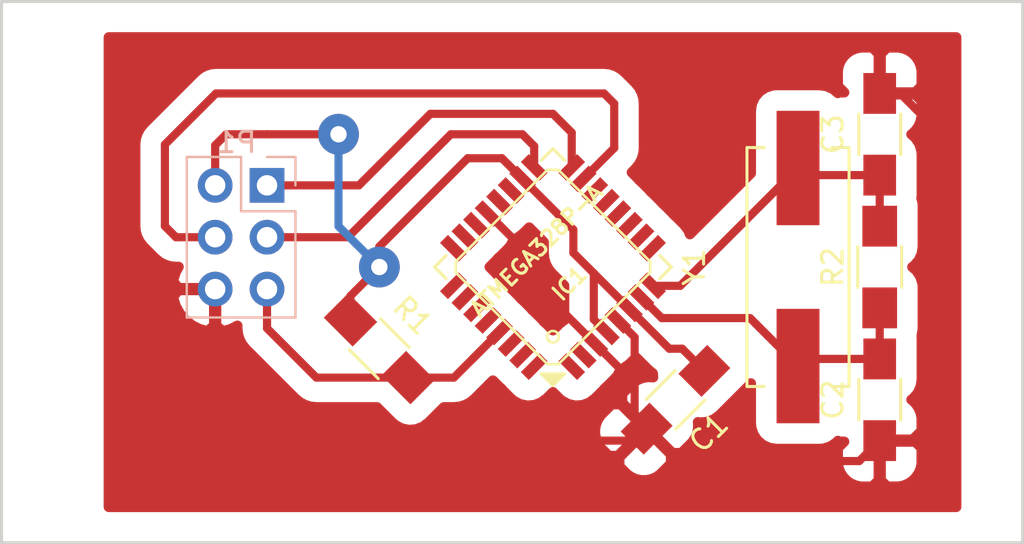
<source format=kicad_pcb>
(kicad_pcb (version 4) (host pcbnew 4.0.4-stable)

  (general
    (links 22)
    (no_connects 0)
    (area 110.924999 69.924999 161.075001 96.575001)
    (thickness 1.6)
    (drawings 4)
    (tracks 80)
    (zones 0)
    (modules 8)
    (nets 9)
  )

  (page A4)
  (layers
    (0 F.Cu signal)
    (31 B.Cu signal)
    (32 B.Adhes user)
    (33 F.Adhes user)
    (34 B.Paste user)
    (35 F.Paste user)
    (36 B.SilkS user)
    (37 F.SilkS user)
    (38 B.Mask user)
    (39 F.Mask user)
    (40 Dwgs.User user)
    (41 Cmts.User user)
    (42 Eco1.User user)
    (43 Eco2.User user)
    (44 Edge.Cuts user)
    (45 Margin user)
    (46 B.CrtYd user)
    (47 F.CrtYd user)
    (48 B.Fab user)
    (49 F.Fab user)
  )

  (setup
    (last_trace_width 0.4)
    (trace_clearance 0.2)
    (zone_clearance 1)
    (zone_45_only no)
    (trace_min 0.2)
    (segment_width 0.2)
    (edge_width 0.15)
    (via_size 2)
    (via_drill 0.8)
    (via_min_size 0.4)
    (via_min_drill 0.3)
    (uvia_size 0.3)
    (uvia_drill 0.1)
    (uvias_allowed no)
    (uvia_min_size 0.2)
    (uvia_min_drill 0.1)
    (pcb_text_width 0.3)
    (pcb_text_size 1.5 1.5)
    (mod_edge_width 0.15)
    (mod_text_size 1 1)
    (mod_text_width 0.15)
    (pad_size 1.524 1.524)
    (pad_drill 0.762)
    (pad_to_mask_clearance 0.2)
    (aux_axis_origin 0 0)
    (visible_elements 7FFFEFFF)
    (pcbplotparams
      (layerselection 0x00000_00000001)
      (usegerberextensions false)
      (excludeedgelayer true)
      (linewidth 0.200000)
      (plotframeref false)
      (viasonmask false)
      (mode 1)
      (useauxorigin false)
      (hpglpennumber 1)
      (hpglpenspeed 20)
      (hpglpendiameter 15)
      (hpglpenoverlay 2)
      (psnegative false)
      (psa4output false)
      (plotreference false)
      (plotvalue false)
      (plotinvisibletext false)
      (padsonsilk false)
      (subtractmaskfromsilk false)
      (outputformat 4)
      (mirror true)
      (drillshape 1)
      (scaleselection 1)
      (outputdirectory ""))
  )

  (net 0 "")
  (net 1 "Net-(C1-Pad1)")
  (net 2 "Net-(C1-Pad2)")
  (net 3 "Net-(C2-Pad2)")
  (net 4 "Net-(C3-Pad1)")
  (net 5 "Net-(IC1-Pad15)")
  (net 6 "Net-(IC1-Pad16)")
  (net 7 "Net-(IC1-Pad17)")
  (net 8 "Net-(IC1-Pad29)")

  (net_class Default "This is the default net class."
    (clearance 0.2)
    (trace_width 0.4)
    (via_dia 2)
    (via_drill 0.8)
    (uvia_dia 0.3)
    (uvia_drill 0.1)
    (add_net "Net-(C1-Pad1)")
    (add_net "Net-(C1-Pad2)")
    (add_net "Net-(C2-Pad2)")
    (add_net "Net-(C3-Pad1)")
    (add_net "Net-(IC1-Pad15)")
    (add_net "Net-(IC1-Pad16)")
    (add_net "Net-(IC1-Pad17)")
    (add_net "Net-(IC1-Pad29)")
  )

  (module Capacitors_SMD:C_1206_HandSoldering placed (layer F.Cu) (tedit 541A9C03) (tstamp 58779AC3)
    (at 144 89.5 225)
    (descr "Capacitor SMD 1206, hand soldering")
    (tags "capacitor 1206")
    (path /5877E1B3)
    (attr smd)
    (fp_text reference C1 (at 0 -2.3 225) (layer F.SilkS)
      (effects (font (size 1 1) (thickness 0.15)))
    )
    (fp_text value 100nF (at 0 2.3 225) (layer F.Fab)
      (effects (font (size 1 1) (thickness 0.15)))
    )
    (fp_line (start -1.6 0.8) (end -1.6 -0.8) (layer F.Fab) (width 0.15))
    (fp_line (start 1.6 0.8) (end -1.6 0.8) (layer F.Fab) (width 0.15))
    (fp_line (start 1.6 -0.8) (end 1.6 0.8) (layer F.Fab) (width 0.15))
    (fp_line (start -1.6 -0.8) (end 1.6 -0.8) (layer F.Fab) (width 0.15))
    (fp_line (start -3.3 -1.15) (end 3.3 -1.15) (layer F.CrtYd) (width 0.05))
    (fp_line (start -3.3 1.15) (end 3.3 1.15) (layer F.CrtYd) (width 0.05))
    (fp_line (start -3.3 -1.15) (end -3.3 1.15) (layer F.CrtYd) (width 0.05))
    (fp_line (start 3.3 -1.15) (end 3.3 1.15) (layer F.CrtYd) (width 0.05))
    (fp_line (start 1 -1.025) (end -1 -1.025) (layer F.SilkS) (width 0.15))
    (fp_line (start -1 1.025) (end 1 1.025) (layer F.SilkS) (width 0.15))
    (pad 1 smd rect (at -2 0 225) (size 2 1.6) (layers F.Cu F.Paste F.Mask)
      (net 1 "Net-(C1-Pad1)"))
    (pad 2 smd rect (at 2 0 225) (size 2 1.6) (layers F.Cu F.Paste F.Mask)
      (net 2 "Net-(C1-Pad2)"))
    (model Capacitors_SMD.3dshapes/C_1206_HandSoldering.wrl
      (at (xyz 0 0 0))
      (scale (xyz 1 1 1))
      (rotate (xyz 0 0 0))
    )
  )

  (module Capacitors_SMD:C_1206_HandSoldering placed (layer F.Cu) (tedit 541A9C03) (tstamp 58779AC9)
    (at 154 89.5 90)
    (descr "Capacitor SMD 1206, hand soldering")
    (tags "capacitor 1206")
    (path /5877E762)
    (attr smd)
    (fp_text reference C2 (at 0 -2.3 90) (layer F.SilkS)
      (effects (font (size 1 1) (thickness 0.15)))
    )
    (fp_text value 10pF (at 0 2.3 90) (layer F.Fab)
      (effects (font (size 1 1) (thickness 0.15)))
    )
    (fp_line (start -1.6 0.8) (end -1.6 -0.8) (layer F.Fab) (width 0.15))
    (fp_line (start 1.6 0.8) (end -1.6 0.8) (layer F.Fab) (width 0.15))
    (fp_line (start 1.6 -0.8) (end 1.6 0.8) (layer F.Fab) (width 0.15))
    (fp_line (start -1.6 -0.8) (end 1.6 -0.8) (layer F.Fab) (width 0.15))
    (fp_line (start -3.3 -1.15) (end 3.3 -1.15) (layer F.CrtYd) (width 0.05))
    (fp_line (start -3.3 1.15) (end 3.3 1.15) (layer F.CrtYd) (width 0.05))
    (fp_line (start -3.3 -1.15) (end -3.3 1.15) (layer F.CrtYd) (width 0.05))
    (fp_line (start 3.3 -1.15) (end 3.3 1.15) (layer F.CrtYd) (width 0.05))
    (fp_line (start 1 -1.025) (end -1 -1.025) (layer F.SilkS) (width 0.15))
    (fp_line (start -1 1.025) (end 1 1.025) (layer F.SilkS) (width 0.15))
    (pad 1 smd rect (at -2 0 90) (size 2 1.6) (layers F.Cu F.Paste F.Mask)
      (net 2 "Net-(C1-Pad2)"))
    (pad 2 smd rect (at 2 0 90) (size 2 1.6) (layers F.Cu F.Paste F.Mask)
      (net 3 "Net-(C2-Pad2)"))
    (model Capacitors_SMD.3dshapes/C_1206_HandSoldering.wrl
      (at (xyz 0 0 0))
      (scale (xyz 1 1 1))
      (rotate (xyz 0 0 0))
    )
  )

  (module Capacitors_SMD:C_1206_HandSoldering placed (layer F.Cu) (tedit 541A9C03) (tstamp 58779ACF)
    (at 154 76.5 90)
    (descr "Capacitor SMD 1206, hand soldering")
    (tags "capacitor 1206")
    (path /5877E7DA)
    (attr smd)
    (fp_text reference C3 (at 0 -2.3 90) (layer F.SilkS)
      (effects (font (size 1 1) (thickness 0.15)))
    )
    (fp_text value 10pF (at 0 2.3 90) (layer F.Fab)
      (effects (font (size 1 1) (thickness 0.15)))
    )
    (fp_line (start -1.6 0.8) (end -1.6 -0.8) (layer F.Fab) (width 0.15))
    (fp_line (start 1.6 0.8) (end -1.6 0.8) (layer F.Fab) (width 0.15))
    (fp_line (start 1.6 -0.8) (end 1.6 0.8) (layer F.Fab) (width 0.15))
    (fp_line (start -1.6 -0.8) (end 1.6 -0.8) (layer F.Fab) (width 0.15))
    (fp_line (start -3.3 -1.15) (end 3.3 -1.15) (layer F.CrtYd) (width 0.05))
    (fp_line (start -3.3 1.15) (end 3.3 1.15) (layer F.CrtYd) (width 0.05))
    (fp_line (start -3.3 -1.15) (end -3.3 1.15) (layer F.CrtYd) (width 0.05))
    (fp_line (start 3.3 -1.15) (end 3.3 1.15) (layer F.CrtYd) (width 0.05))
    (fp_line (start 1 -1.025) (end -1 -1.025) (layer F.SilkS) (width 0.15))
    (fp_line (start -1 1.025) (end 1 1.025) (layer F.SilkS) (width 0.15))
    (pad 1 smd rect (at -2 0 90) (size 2 1.6) (layers F.Cu F.Paste F.Mask)
      (net 4 "Net-(C3-Pad1)"))
    (pad 2 smd rect (at 2 0 90) (size 2 1.6) (layers F.Cu F.Paste F.Mask)
      (net 2 "Net-(C1-Pad2)"))
    (model Capacitors_SMD.3dshapes/C_1206_HandSoldering.wrl
      (at (xyz 0 0 0))
      (scale (xyz 1 1 1))
      (rotate (xyz 0 0 0))
    )
  )

  (module w_lqfp:lqfp32 placed (layer F.Cu) (tedit 0) (tstamp 58779AF3)
    (at 138 83 45)
    (descr LQFP-32)
    (path /5877E07A)
    (fp_text reference IC1 (at 0 1.143 45) (layer F.SilkS)
      (effects (font (size 0.7493 0.7493) (thickness 0.14986)))
    )
    (fp_text value ATMEGA328P-A (at 0 -1.143 45) (layer F.SilkS)
      (effects (font (size 0.7493 0.7493) (thickness 0.14986)))
    )
    (fp_line (start -3.8989 4.09956) (end -4.09956 3.8989) (layer F.SilkS) (width 0.14986))
    (fp_line (start -4.09956 3.70078) (end -3.70078 4.09956) (layer F.SilkS) (width 0.14986))
    (fp_line (start -3.50012 4.09956) (end -4.09956 3.50012) (layer F.SilkS) (width 0.14986))
    (fp_line (start -3.29946 4.09956) (end -4.09956 4.09956) (layer F.SilkS) (width 0.14986))
    (fp_line (start -4.09956 4.09956) (end -4.09956 3.29946) (layer F.SilkS) (width 0.14986))
    (fp_line (start -4.09956 3.29946) (end -3.29946 4.09956) (layer F.SilkS) (width 0.14986))
    (fp_line (start 4.09956 3.29946) (end 4.09956 4.09956) (layer F.SilkS) (width 0.14986))
    (fp_line (start 4.09956 4.09956) (end 3.29946 4.09956) (layer F.SilkS) (width 0.14986))
    (fp_line (start 3.29946 -4.09956) (end 4.09956 -4.09956) (layer F.SilkS) (width 0.14986))
    (fp_line (start 4.09956 -4.09956) (end 4.09956 -3.29946) (layer F.SilkS) (width 0.14986))
    (fp_line (start -4.09956 -3.29946) (end -4.09956 -4.09956) (layer F.SilkS) (width 0.14986))
    (fp_line (start -4.09956 -4.09956) (end -3.29946 -4.09956) (layer F.SilkS) (width 0.14986))
    (fp_circle (center -2.413 2.413) (end -2.667 2.54) (layer F.SilkS) (width 0.127))
    (fp_line (start 3.556 3.175) (end 3.175 3.556) (layer F.SilkS) (width 0.127))
    (fp_line (start 3.175 3.556) (end -3.175 3.556) (layer F.SilkS) (width 0.127))
    (fp_line (start -3.175 3.556) (end -3.556 3.175) (layer F.SilkS) (width 0.127))
    (fp_line (start -3.556 3.175) (end -3.556 -3.175) (layer F.SilkS) (width 0.127))
    (fp_line (start -3.556 -3.175) (end -3.175 -3.556) (layer F.SilkS) (width 0.127))
    (fp_line (start -3.175 -3.556) (end 3.175 -3.556) (layer F.SilkS) (width 0.127))
    (fp_line (start 3.175 -3.556) (end 3.556 -3.175) (layer F.SilkS) (width 0.127))
    (fp_line (start 3.556 -3.175) (end 3.556 3.175) (layer F.SilkS) (width 0.127))
    (pad 4 smd rect (at -0.39878 4.09956 45) (size 0.55118 1.30048) (layers F.Cu F.Paste F.Mask)
      (net 1 "Net-(C1-Pad1)"))
    (pad 5 smd rect (at 0.39878 4.09956 45) (size 0.55118 1.30048) (layers F.Cu F.Paste F.Mask)
      (net 2 "Net-(C1-Pad2)"))
    (pad 6 smd rect (at 1.19888 4.09956 45) (size 0.55118 1.30048) (layers F.Cu F.Paste F.Mask)
      (net 1 "Net-(C1-Pad1)"))
    (pad 7 smd rect (at 1.99898 4.09956 45) (size 0.55118 1.30048) (layers F.Cu F.Paste F.Mask)
      (net 3 "Net-(C2-Pad2)"))
    (pad 8 smd rect (at 2.79908 4.09956 45) (size 0.55118 1.30048) (layers F.Cu F.Paste F.Mask)
      (net 4 "Net-(C3-Pad1)"))
    (pad 1 smd rect (at -2.79908 4.09956 45) (size 0.55118 1.30048) (layers F.Cu F.Paste F.Mask))
    (pad 2 smd rect (at -1.99898 4.09956 45) (size 0.55118 1.30048) (layers F.Cu F.Paste F.Mask))
    (pad 3 smd rect (at -1.19888 4.09956 45) (size 0.55118 1.30048) (layers F.Cu F.Paste F.Mask)
      (net 2 "Net-(C1-Pad2)"))
    (pad 9 smd rect (at 4.09956 2.79908 45) (size 1.30048 0.55118) (layers F.Cu F.Paste F.Mask))
    (pad 10 smd rect (at 4.09956 1.99898 45) (size 1.30048 0.55118) (layers F.Cu F.Paste F.Mask))
    (pad 11 smd rect (at 4.09956 1.19888 45) (size 1.30048 0.55118) (layers F.Cu F.Paste F.Mask))
    (pad 12 smd rect (at 4.09956 0.39878 45) (size 1.30048 0.55118) (layers F.Cu F.Paste F.Mask))
    (pad 13 smd rect (at 4.09956 -0.39878 45) (size 1.30048 0.55118) (layers F.Cu F.Paste F.Mask))
    (pad 14 smd rect (at 4.09956 -1.19888 45) (size 1.30048 0.55118) (layers F.Cu F.Paste F.Mask))
    (pad 15 smd rect (at 4.09956 -1.99898 45) (size 1.30048 0.55118) (layers F.Cu F.Paste F.Mask)
      (net 5 "Net-(IC1-Pad15)"))
    (pad 16 smd rect (at 4.09956 -2.79908 45) (size 1.30048 0.55118) (layers F.Cu F.Paste F.Mask)
      (net 6 "Net-(IC1-Pad16)"))
    (pad 17 smd rect (at 2.79908 -4.09956 45) (size 0.55118 1.30048) (layers F.Cu F.Paste F.Mask)
      (net 7 "Net-(IC1-Pad17)"))
    (pad 18 smd rect (at 1.99898 -4.09956 45) (size 0.55118 1.30048) (layers F.Cu F.Paste F.Mask)
      (net 1 "Net-(C1-Pad1)"))
    (pad 19 smd rect (at 1.19888 -4.09956 45) (size 0.55118 1.30048) (layers F.Cu F.Paste F.Mask))
    (pad 20 smd rect (at 0.39878 -4.09956 45) (size 0.55118 1.30048) (layers F.Cu F.Paste F.Mask))
    (pad 21 smd rect (at -0.39878 -4.09956 45) (size 0.55118 1.30048) (layers F.Cu F.Paste F.Mask)
      (net 2 "Net-(C1-Pad2)"))
    (pad 22 smd rect (at -1.19888 -4.09956 45) (size 0.55118 1.30048) (layers F.Cu F.Paste F.Mask))
    (pad 23 smd rect (at -1.99898 -4.09956 45) (size 0.55118 1.30048) (layers F.Cu F.Paste F.Mask))
    (pad 24 smd rect (at -2.79908 -4.09956 45) (size 0.55118 1.30048) (layers F.Cu F.Paste F.Mask))
    (pad 25 smd rect (at -4.09956 -2.79908 45) (size 1.30048 0.55118) (layers F.Cu F.Paste F.Mask))
    (pad 26 smd rect (at -4.09956 -1.99898 45) (size 1.30048 0.55118) (layers F.Cu F.Paste F.Mask))
    (pad 27 smd rect (at -4.09956 -1.19888 45) (size 1.30048 0.55118) (layers F.Cu F.Paste F.Mask))
    (pad 28 smd rect (at -4.09956 -0.39878 45) (size 1.30048 0.55118) (layers F.Cu F.Paste F.Mask))
    (pad 29 smd rect (at -4.09956 0.39878 45) (size 1.30048 0.55118) (layers F.Cu F.Paste F.Mask)
      (net 8 "Net-(IC1-Pad29)"))
    (pad 30 smd rect (at -4.09956 1.19888 45) (size 1.30048 0.55118) (layers F.Cu F.Paste F.Mask))
    (pad 31 smd rect (at -4.09956 1.99898 45) (size 1.30048 0.55118) (layers F.Cu F.Paste F.Mask))
    (pad 32 smd rect (at -4.09956 2.79908 45) (size 1.30048 0.55118) (layers F.Cu F.Paste F.Mask))
    (model walter/smd_lqfp/lqfp-32.wrl
      (at (xyz 0 0 0))
      (scale (xyz 1 1 1))
      (rotate (xyz 0 0 0))
    )
  )

  (module Pin_Headers:Pin_Header_Straight_2x03_Pitch2.54mm placed (layer B.Cu) (tedit 5862ED53) (tstamp 58779AFD)
    (at 124 79 180)
    (descr "Through hole straight pin header, 2x03, 2.54mm pitch, double rows")
    (tags "Through hole pin header THT 2x03 2.54mm double row")
    (path /5877E114)
    (fp_text reference P1 (at 1.4989 2.1036 180) (layer B.SilkS)
      (effects (font (size 1 1) (thickness 0.15)) (justify mirror))
    )
    (fp_text value CONN_02X03 (at 1.27 -7.47 180) (layer B.Fab)
      (effects (font (size 1 1) (thickness 0.15)) (justify mirror))
    )
    (fp_line (start -1.27 1.27) (end -1.27 -6.35) (layer B.Fab) (width 0.1))
    (fp_line (start -1.27 -6.35) (end 3.81 -6.35) (layer B.Fab) (width 0.1))
    (fp_line (start 3.81 -6.35) (end 3.81 1.27) (layer B.Fab) (width 0.1))
    (fp_line (start 3.81 1.27) (end -1.27 1.27) (layer B.Fab) (width 0.1))
    (fp_line (start -1.39 -1.27) (end -1.39 -6.47) (layer B.SilkS) (width 0.12))
    (fp_line (start -1.39 -6.47) (end 3.93 -6.47) (layer B.SilkS) (width 0.12))
    (fp_line (start 3.93 -6.47) (end 3.93 1.39) (layer B.SilkS) (width 0.12))
    (fp_line (start 3.93 1.39) (end 1.27 1.39) (layer B.SilkS) (width 0.12))
    (fp_line (start 1.27 1.39) (end 1.27 -1.27) (layer B.SilkS) (width 0.12))
    (fp_line (start 1.27 -1.27) (end -1.39 -1.27) (layer B.SilkS) (width 0.12))
    (fp_line (start -1.39 0) (end -1.39 1.39) (layer B.SilkS) (width 0.12))
    (fp_line (start -1.39 1.39) (end 0 1.39) (layer B.SilkS) (width 0.12))
    (fp_line (start -1.6 1.6) (end -1.6 -6.6) (layer B.CrtYd) (width 0.05))
    (fp_line (start -1.6 -6.6) (end 4.1 -6.6) (layer B.CrtYd) (width 0.05))
    (fp_line (start 4.1 -6.6) (end 4.1 1.6) (layer B.CrtYd) (width 0.05))
    (fp_line (start 4.1 1.6) (end -1.6 1.6) (layer B.CrtYd) (width 0.05))
    (pad 1 thru_hole rect (at 0 0 180) (size 1.7 1.7) (drill 1) (layers *.Cu *.Mask)
      (net 6 "Net-(IC1-Pad16)"))
    (pad 2 thru_hole oval (at 2.54 0 180) (size 1.7 1.7) (drill 1) (layers *.Cu *.Mask)
      (net 1 "Net-(C1-Pad1)"))
    (pad 3 thru_hole oval (at 0 -2.54 180) (size 1.7 1.7) (drill 1) (layers *.Cu *.Mask)
      (net 7 "Net-(IC1-Pad17)"))
    (pad 4 thru_hole oval (at 2.54 -2.54 180) (size 1.7 1.7) (drill 1) (layers *.Cu *.Mask)
      (net 5 "Net-(IC1-Pad15)"))
    (pad 5 thru_hole oval (at 0 -5.08 180) (size 1.7 1.7) (drill 1) (layers *.Cu *.Mask)
      (net 8 "Net-(IC1-Pad29)"))
    (pad 6 thru_hole oval (at 2.54 -5.08 180) (size 1.7 1.7) (drill 1) (layers *.Cu *.Mask)
      (net 2 "Net-(C1-Pad2)"))
    (model Pin_Headers.3dshapes/Pin_Header_Straight_2x03_Pitch2.54mm.wrl
      (at (xyz 0.05 -0.1 0))
      (scale (xyz 1 1 1))
      (rotate (xyz 0 0 90))
    )
  )

  (module Resistors_SMD:R_1206_HandSoldering placed (layer F.Cu) (tedit 58307C0D) (tstamp 58779B03)
    (at 129.5 87 315)
    (descr "Resistor SMD 1206, hand soldering")
    (tags "resistor 1206")
    (path /5877E436)
    (attr smd)
    (fp_text reference R1 (at 0 -2.3 315) (layer F.SilkS)
      (effects (font (size 1 1) (thickness 0.15)))
    )
    (fp_text value 10k (at 0 2.3 315) (layer F.Fab)
      (effects (font (size 1 1) (thickness 0.15)))
    )
    (fp_line (start -1.6 0.8) (end -1.6 -0.8) (layer F.Fab) (width 0.1))
    (fp_line (start 1.6 0.8) (end -1.6 0.8) (layer F.Fab) (width 0.1))
    (fp_line (start 1.6 -0.8) (end 1.6 0.8) (layer F.Fab) (width 0.1))
    (fp_line (start -1.6 -0.8) (end 1.6 -0.8) (layer F.Fab) (width 0.1))
    (fp_line (start -3.3 -1.2) (end 3.3 -1.2) (layer F.CrtYd) (width 0.05))
    (fp_line (start -3.3 1.2) (end 3.3 1.2) (layer F.CrtYd) (width 0.05))
    (fp_line (start -3.3 -1.2) (end -3.3 1.2) (layer F.CrtYd) (width 0.05))
    (fp_line (start 3.3 -1.2) (end 3.3 1.2) (layer F.CrtYd) (width 0.05))
    (fp_line (start 1 1.075) (end -1 1.075) (layer F.SilkS) (width 0.15))
    (fp_line (start -1 -1.075) (end 1 -1.075) (layer F.SilkS) (width 0.15))
    (pad 1 smd rect (at -2 0 315) (size 2 1.7) (layers F.Cu F.Paste F.Mask)
      (net 1 "Net-(C1-Pad1)"))
    (pad 2 smd rect (at 2 0 315) (size 2 1.7) (layers F.Cu F.Paste F.Mask)
      (net 8 "Net-(IC1-Pad29)"))
    (model Resistors_SMD.3dshapes/R_1206_HandSoldering.wrl
      (at (xyz 0 0 0))
      (scale (xyz 1 1 1))
      (rotate (xyz 0 0 0))
    )
  )

  (module Resistors_SMD:R_1206_HandSoldering placed (layer F.Cu) (tedit 58307C0D) (tstamp 58779B09)
    (at 154 83 90)
    (descr "Resistor SMD 1206, hand soldering")
    (tags "resistor 1206")
    (path /5877E80D)
    (attr smd)
    (fp_text reference R2 (at 0 -2.3 90) (layer F.SilkS)
      (effects (font (size 1 1) (thickness 0.15)))
    )
    (fp_text value 1M (at 0 2.3 90) (layer F.Fab)
      (effects (font (size 1 1) (thickness 0.15)))
    )
    (fp_line (start -1.6 0.8) (end -1.6 -0.8) (layer F.Fab) (width 0.1))
    (fp_line (start 1.6 0.8) (end -1.6 0.8) (layer F.Fab) (width 0.1))
    (fp_line (start 1.6 -0.8) (end 1.6 0.8) (layer F.Fab) (width 0.1))
    (fp_line (start -1.6 -0.8) (end 1.6 -0.8) (layer F.Fab) (width 0.1))
    (fp_line (start -3.3 -1.2) (end 3.3 -1.2) (layer F.CrtYd) (width 0.05))
    (fp_line (start -3.3 1.2) (end 3.3 1.2) (layer F.CrtYd) (width 0.05))
    (fp_line (start -3.3 -1.2) (end -3.3 1.2) (layer F.CrtYd) (width 0.05))
    (fp_line (start 3.3 -1.2) (end 3.3 1.2) (layer F.CrtYd) (width 0.05))
    (fp_line (start 1 1.075) (end -1 1.075) (layer F.SilkS) (width 0.15))
    (fp_line (start -1 -1.075) (end 1 -1.075) (layer F.SilkS) (width 0.15))
    (pad 1 smd rect (at -2 0 90) (size 2 1.7) (layers F.Cu F.Paste F.Mask)
      (net 3 "Net-(C2-Pad2)"))
    (pad 2 smd rect (at 2 0 90) (size 2 1.7) (layers F.Cu F.Paste F.Mask)
      (net 4 "Net-(C3-Pad1)"))
    (model Resistors_SMD.3dshapes/R_1206_HandSoldering.wrl
      (at (xyz 0 0 0))
      (scale (xyz 1 1 1))
      (rotate (xyz 0 0 0))
    )
  )

  (module Crystals:Crystal_HC49-SD_SMD placed (layer F.Cu) (tedit 0) (tstamp 58779B0F)
    (at 150 83 90)
    (descr "Crystal Quarz HC49-SD SMD")
    (tags "Crystal Quarz HC49-SD SMD")
    (path /5877E6F7)
    (attr smd)
    (fp_text reference Y1 (at 0 -5.08 90) (layer F.SilkS)
      (effects (font (size 1 1) (thickness 0.15)))
    )
    (fp_text value 16M (at 2.54 5.08 90) (layer F.Fab)
      (effects (font (size 1 1) (thickness 0.15)))
    )
    (fp_circle (center 0 0) (end 0.8509 0) (layer F.Adhes) (width 0.381))
    (fp_circle (center 0 0) (end 0.50038 0) (layer F.Adhes) (width 0.381))
    (fp_circle (center 0 0) (end 0.14986 0.0508) (layer F.Adhes) (width 0.381))
    (fp_line (start -5.84962 2.49936) (end 5.84962 2.49936) (layer F.SilkS) (width 0.15))
    (fp_line (start 5.84962 -2.49936) (end -5.84962 -2.49936) (layer F.SilkS) (width 0.15))
    (fp_line (start 5.84962 2.49936) (end 5.84962 1.651) (layer F.SilkS) (width 0.15))
    (fp_line (start 5.84962 -2.49936) (end 5.84962 -1.651) (layer F.SilkS) (width 0.15))
    (fp_line (start -5.84962 2.49936) (end -5.84962 1.651) (layer F.SilkS) (width 0.15))
    (fp_line (start -5.84962 -2.49936) (end -5.84962 -1.651) (layer F.SilkS) (width 0.15))
    (pad 1 smd rect (at -4.84886 0 90) (size 5.6007 2.10058) (layers F.Cu F.Paste F.Mask)
      (net 3 "Net-(C2-Pad2)"))
    (pad 2 smd rect (at 4.84886 0 90) (size 5.6007 2.10058) (layers F.Cu F.Paste F.Mask)
      (net 4 "Net-(C3-Pad1)"))
  )

  (gr_line (start 161 96.5) (end 111 96.5) (angle 90) (layer Edge.Cuts) (width 0.15))
  (gr_line (start 161 70) (end 161 96.5) (angle 90) (layer Edge.Cuts) (width 0.15))
  (gr_line (start 111 70) (end 161 70) (angle 90) (layer Edge.Cuts) (width 0.15))
  (gr_line (start 111 96.5) (end 111 70) (angle 90) (layer Edge.Cuts) (width 0.15))

  (segment (start 136.514666 78.687681) (end 135.5 77.673015) (width 0.4) (layer F.Cu) (net 1))
  (segment (start 135.5 77.673015) (end 133.826985 77.673015) (width 0.4) (layer F.Cu) (net 1))
  (segment (start 133.826985 77.673015) (end 129.5 82) (width 0.4) (layer F.Cu) (net 1))
  (segment (start 129.5 82) (end 129.5 83) (width 0.4) (layer F.Cu) (net 1))
  (segment (start 127.5 76.5) (end 127.5 81) (width 0.4) (layer B.Cu) (net 1))
  (segment (start 127.5 81) (end 129.5 83) (width 0.4) (layer B.Cu) (net 1))
  (segment (start 124 76.5) (end 127.5 76.5) (width 0.4) (layer F.Cu) (net 1))
  (via (at 127.5 76.5) (size 2) (drill 0.8) (layers F.Cu B.Cu) (net 1))
  (via (at 129.5 83) (size 2) (drill 0.8) (layers F.Cu B.Cu) (net 1))
  (segment (start 128.085786 85.585786) (end 128.085786 84.414214) (width 0.4) (layer F.Cu) (net 1))
  (segment (start 128.085786 84.414214) (end 129.5 83) (width 0.4) (layer F.Cu) (net 1))
  (segment (start 122 76.5) (end 121.46 77.04) (width 0.4) (layer F.Cu) (net 1))
  (segment (start 121.46 77.04) (end 121.46 79) (width 0.4) (layer F.Cu) (net 1))
  (segment (start 124 76.5) (end 122 76.5) (width 0.4) (layer F.Cu) (net 1))
  (segment (start 143.695473 87) (end 144.328428 87) (width 0.4) (layer F.Cu) (net 1))
  (segment (start 144.328428 87) (end 145.414214 88.085786) (width 0.4) (layer F.Cu) (net 1))
  (segment (start 141.746563 85.05109) (end 143.695473 87) (width 0.4) (layer F.Cu) (net 1))
  (segment (start 140 83.304527) (end 139 82.304527) (width 0.4) (layer F.Cu) (net 1))
  (segment (start 139 82.304527) (end 139 81.173015) (width 0.4) (layer F.Cu) (net 1))
  (segment (start 139 81.173015) (end 138.5 80.673015) (width 0.4) (layer F.Cu) (net 1))
  (segment (start 138.5 80.673015) (end 136.514666 78.687681) (width 0.4) (layer F.Cu) (net 1))
  (segment (start 141.746563 85.05109) (end 140 83.304527) (width 0.4) (layer F.Cu) (net 1))
  (segment (start 140 85.56396) (end 140 83.304527) (width 0.4) (layer F.Cu) (net 1))
  (segment (start 140.616847 86.180807) (end 140 85.56396) (width 0.4) (layer F.Cu) (net 1))
  (segment (start 142.585786 90.914214) (end 142 91.5) (width 0.4) (layer F.Cu) (net 2))
  (segment (start 142 91.5) (end 123 91.5) (width 0.4) (layer F.Cu) (net 2))
  (segment (start 123 91.5) (end 121.46 89.96) (width 0.4) (layer F.Cu) (net 2))
  (segment (start 121.46 89.96) (end 121.46 85.96) (width 0.4) (layer F.Cu) (net 2))
  (segment (start 121.46 85.96) (end 121.46 84.08) (width 0.4) (layer F.Cu) (net 2))
  (segment (start 156.5 90.5) (end 155.5 91.5) (width 0.4) (layer F.Cu) (net 2))
  (segment (start 155.5 91.5) (end 154 91.5) (width 0.4) (layer F.Cu) (net 2))
  (segment (start 156.5 76) (end 156.5 90.5) (width 0.4) (layer F.Cu) (net 2))
  (segment (start 155 74.5) (end 156.5 76) (width 0.4) (layer F.Cu) (net 2))
  (segment (start 154 74.5) (end 155 74.5) (width 0.4) (layer F.Cu) (net 2))
  (segment (start 144.171572 92.5) (end 153 92.5) (width 0.4) (layer F.Cu) (net 2))
  (segment (start 153 92.5) (end 154 91.5) (width 0.4) (layer F.Cu) (net 2))
  (segment (start 142.585786 90.914214) (end 144.171572 92.5) (width 0.4) (layer F.Cu) (net 2))
  (segment (start 142 88.695473) (end 142 90.328428) (width 0.4) (layer F.Cu) (net 2))
  (segment (start 142 90.328428) (end 142.585786 90.914214) (width 0.4) (layer F.Cu) (net 2))
  (segment (start 142 86.43604) (end 142 88.695473) (width 0.4) (layer F.Cu) (net 2))
  (segment (start 141.180807 85.616847) (end 142 86.43604) (width 0.4) (layer F.Cu) (net 2))
  (segment (start 140.05109 86.746563) (end 142 88.695473) (width 0.4) (layer F.Cu) (net 2))
  (segment (start 140.05109 86.746563) (end 137 83.695473) (width 0.4) (layer F.Cu) (net 2))
  (segment (start 137 83.695473) (end 137 82.56396) (width 0.4) (layer F.Cu) (net 2))
  (segment (start 137 82.56396) (end 134.819193 80.383153) (width 0.4) (layer F.Cu) (net 2))
  (segment (start 154 87.5) (end 150.34886 87.5) (width 0.4) (layer F.Cu) (net 3))
  (segment (start 150.34886 87.5) (end 150 87.84886) (width 0.4) (layer F.Cu) (net 3))
  (segment (start 154 87.5) (end 154 85) (width 0.4) (layer F.Cu) (net 3))
  (segment (start 143.326985 85.5) (end 147.65114 85.5) (width 0.4) (layer F.Cu) (net 3))
  (segment (start 147.65114 85.5) (end 150 87.84886) (width 0.4) (layer F.Cu) (net 3))
  (segment (start 142.312319 84.485334) (end 143.326985 85.5) (width 0.4) (layer F.Cu) (net 3))
  (segment (start 154 81) (end 154 78.5) (width 0.4) (layer F.Cu) (net 4))
  (segment (start 154 78.5) (end 150.34886 78.5) (width 0.4) (layer F.Cu) (net 4))
  (segment (start 150.34886 78.5) (end 150 78.15114) (width 0.4) (layer F.Cu) (net 4))
  (segment (start 150 78.15114) (end 144.231562 83.919578) (width 0.4) (layer F.Cu) (net 4))
  (segment (start 144.231562 83.919578) (end 142.878075 83.919578) (width 0.4) (layer F.Cu) (net 4))
  (segment (start 139.485334 78.687681) (end 141 77.173015) (width 0.4) (layer F.Cu) (net 5))
  (segment (start 141 77.173015) (end 141 75) (width 0.4) (layer F.Cu) (net 5))
  (segment (start 141 75) (end 140.5 74.5) (width 0.4) (layer F.Cu) (net 5))
  (segment (start 140.5 74.5) (end 121.5 74.5) (width 0.4) (layer F.Cu) (net 5))
  (segment (start 119 77) (end 119 81) (width 0.4) (layer F.Cu) (net 5))
  (segment (start 121.5 74.5) (end 119 77) (width 0.4) (layer F.Cu) (net 5))
  (segment (start 119 81) (end 119.54 81.54) (width 0.4) (layer F.Cu) (net 5))
  (segment (start 119.54 81.54) (end 121.46 81.54) (width 0.4) (layer F.Cu) (net 5))
  (segment (start 132 75.5) (end 138 75.5) (width 0.4) (layer F.Cu) (net 6))
  (segment (start 138.919578 78.121925) (end 138.919578 76.419578) (width 0.4) (layer F.Cu) (net 6))
  (segment (start 138.919578 76.419578) (end 138 75.5) (width 0.4) (layer F.Cu) (net 6))
  (segment (start 124 79) (end 128.5 79) (width 0.4) (layer F.Cu) (net 6))
  (segment (start 128.5 79) (end 132 75.5) (width 0.4) (layer F.Cu) (net 6))
  (segment (start 137.080422 78.121925) (end 137.080422 77.080422) (width 0.4) (layer F.Cu) (net 7))
  (segment (start 137.080422 77.080422) (end 136.5 76.5) (width 0.4) (layer F.Cu) (net 7))
  (segment (start 136.5 76.5) (end 133 76.5) (width 0.4) (layer F.Cu) (net 7))
  (segment (start 133 76.5) (end 127.96 81.54) (width 0.4) (layer F.Cu) (net 7))
  (segment (start 127.96 81.54) (end 124 81.54) (width 0.4) (layer F.Cu) (net 7))
  (segment (start 126.414214 88.414214) (end 124 86) (width 0.4) (layer F.Cu) (net 8))
  (segment (start 124 86) (end 124 84.08) (width 0.4) (layer F.Cu) (net 8))
  (segment (start 130.914214 88.414214) (end 126.414214 88.414214) (width 0.4) (layer F.Cu) (net 8))
  (segment (start 130.914214 88.414214) (end 133.149746 88.414214) (width 0.4) (layer F.Cu) (net 8))
  (segment (start 133.149746 88.414214) (end 135.383153 86.180807) (width 0.4) (layer F.Cu) (net 8))
  (segment (start 135.383153 86.180807) (end 134.06396 87.5) (width 0.4) (layer F.Cu) (net 8))

  (zone (net 2) (net_name "Net-(C1-Pad2)") (layer F.Cu) (tstamp 0) (hatch edge 0.508)
    (connect_pads (clearance 1))
    (min_thickness 0.5)
    (fill yes (arc_segments 32) (thermal_gap 1) (thermal_bridge_width 0.6))
    (polygon
      (pts
        (xy 116 71.5) (xy 158 71.5) (xy 158 95) (xy 116 95)
      )
    )
    (filled_polygon
      (pts
        (xy 157.75 94.75) (xy 116.25 94.75) (xy 116.25 92.319589) (xy 141.251122 92.319589) (xy 141.251122 92.76153)
        (xy 141.473426 92.983835) (xy 141.647537 93.157945) (xy 141.852268 93.294742) (xy 142.079754 93.388969) (xy 142.321251 93.437006)
        (xy 142.56748 93.437006) (xy 142.808976 93.38897) (xy 143.036462 93.294741) (xy 143.241193 93.157944) (xy 143.779029 92.620109)
        (xy 143.779029 92.178167) (xy 142.585786 90.984925) (xy 141.251122 92.319589) (xy 116.25 92.319589) (xy 116.25 84.457804)
        (xy 119.394264 84.457804) (xy 119.406928 84.521477) (xy 119.532505 84.913529) (xy 119.732155 85.273549) (xy 119.998205 85.587701)
        (xy 120.320431 85.843913) (xy 120.68645 86.032339) (xy 121.082196 86.145737) (xy 121.41 85.866906) (xy 121.41 84.13)
        (xy 119.673199 84.13) (xy 119.394264 84.457804) (xy 116.25 84.457804) (xy 116.25 77) (xy 117.55 77)
        (xy 117.55 81) (xy 117.563074 81.133334) (xy 117.574744 81.26673) (xy 117.576871 81.274051) (xy 117.577615 81.28164)
        (xy 117.616341 81.409906) (xy 117.653696 81.538483) (xy 117.657203 81.545249) (xy 117.659408 81.552552) (xy 117.722314 81.670861)
        (xy 117.783928 81.789727) (xy 117.788684 81.795684) (xy 117.792264 81.802418) (xy 117.876917 81.906213) (xy 117.960479 82.01089)
        (xy 117.970943 82.0215) (xy 117.971122 82.02172) (xy 117.971326 82.021888) (xy 117.974695 82.025305) (xy 118.514695 82.565305)
        (xy 118.618194 82.65032) (xy 118.720798 82.736415) (xy 118.727481 82.740089) (xy 118.733371 82.744927) (xy 118.851415 82.808222)
        (xy 118.968784 82.872746) (xy 118.976049 82.87505) (xy 118.982771 82.878655) (xy 119.110875 82.91782) (xy 119.238528 82.958314)
        (xy 119.246106 82.959164) (xy 119.253397 82.961393) (xy 119.386664 82.97493) (xy 119.519755 82.989859) (xy 119.53465 82.989963)
        (xy 119.534938 82.989992) (xy 119.535207 82.989967) (xy 119.54 82.99) (xy 119.674732 82.99) (xy 119.532505 83.246471)
        (xy 119.406928 83.638523) (xy 119.394264 83.702196) (xy 119.673199 84.03) (xy 121.41 84.03) (xy 121.41 84.01)
        (xy 121.51 84.01) (xy 121.51 84.03) (xy 121.53 84.03) (xy 121.53 84.13) (xy 121.51 84.13)
        (xy 121.51 85.866906) (xy 121.837804 86.145737) (xy 122.23355 86.032339) (xy 122.55 85.869431) (xy 122.55 86)
        (xy 122.563074 86.133334) (xy 122.574744 86.26673) (xy 122.576871 86.274051) (xy 122.577615 86.28164) (xy 122.616341 86.409906)
        (xy 122.653696 86.538483) (xy 122.657203 86.545249) (xy 122.659408 86.552552) (xy 122.722314 86.670861) (xy 122.783928 86.789727)
        (xy 122.788684 86.795684) (xy 122.792264 86.802418) (xy 122.876917 86.906213) (xy 122.960479 87.01089) (xy 122.970943 87.0215)
        (xy 122.971122 87.02172) (xy 122.971326 87.021888) (xy 122.974695 87.025305) (xy 125.388909 89.439519) (xy 125.492435 89.524556)
        (xy 125.595012 89.610629) (xy 125.601692 89.614301) (xy 125.607585 89.619142) (xy 125.725668 89.682457) (xy 125.842998 89.74696)
        (xy 125.850263 89.749264) (xy 125.856985 89.752869) (xy 125.985089 89.792034) (xy 126.112742 89.832528) (xy 126.12032 89.833378)
        (xy 126.127611 89.835607) (xy 126.260878 89.849144) (xy 126.393969 89.864073) (xy 126.408864 89.864177) (xy 126.409152 89.864206)
        (xy 126.409421 89.864181) (xy 126.414214 89.864214) (xy 129.385812 89.864214) (xy 130.13212 90.610522) (xy 130.284099 90.740053)
        (xy 130.596767 90.904857) (xy 130.94297 90.976029) (xy 131.295294 90.947933) (xy 131.336006 90.93252) (xy 140.062994 90.93252)
        (xy 140.062994 91.178749) (xy 140.111031 91.420246) (xy 140.205258 91.647732) (xy 140.342055 91.852463) (xy 140.516165 92.026574)
        (xy 140.73847 92.248878) (xy 141.180411 92.248878) (xy 142.515075 90.914214) (xy 141.321833 89.720971) (xy 140.879891 89.720971)
        (xy 140.342056 90.258807) (xy 140.205259 90.463538) (xy 140.11103 90.691024) (xy 140.062994 90.93252) (xy 131.336006 90.93252)
        (xy 131.625842 90.822795) (xy 131.90844 90.610522) (xy 132.654748 89.864214) (xy 133.149746 89.864214) (xy 133.28308 89.85114)
        (xy 133.416476 89.83947) (xy 133.423797 89.837343) (xy 133.431386 89.836599) (xy 133.559652 89.797873) (xy 133.688229 89.760518)
        (xy 133.694995 89.757011) (xy 133.702298 89.754806) (xy 133.820607 89.6919) (xy 133.939473 89.630286) (xy 133.94543 89.62553)
        (xy 133.952164 89.62195) (xy 134.055959 89.537297) (xy 134.160636 89.453735) (xy 134.171246 89.443271) (xy 134.171466 89.443092)
        (xy 134.171634 89.442888) (xy 134.175051 89.439519) (xy 135.060509 88.554061) (xy 135.361588 88.85514) (xy 135.483326 88.958896)
        (xy 135.537601 89.031153) (xy 135.927344 89.420896) (xy 136.079323 89.550427) (xy 136.391991 89.715231) (xy 136.738194 89.786403)
        (xy 137.090518 89.758307) (xy 137.421066 89.633169) (xy 137.703664 89.420896) (xy 138 89.12456) (xy 138.296336 89.420896)
        (xy 138.448315 89.550427) (xy 138.760983 89.715231) (xy 139.107186 89.786403) (xy 139.45951 89.758307) (xy 139.790058 89.633169)
        (xy 140.072656 89.420896) (xy 140.462399 89.031153) (xy 140.566155 88.909415) (xy 140.638412 88.85514) (xy 141.028155 88.465397)
        (xy 141.100717 88.380259) (xy 141.112836 88.372162) (xy 141.138436 88.346562) (xy 141.138436 88.336004) (xy 141.157686 88.313418)
        (xy 141.32249 88.00075) (xy 141.323035 87.998098) (xy 141.487327 87.935901) (xy 141.623108 87.833909) (xy 141.651089 87.833909)
        (xy 141.676689 87.808309) (xy 141.696337 87.778903) (xy 141.769925 87.723628) (xy 142.069208 87.424345) (xy 142.670168 88.025305)
        (xy 142.773672 88.110324) (xy 142.876271 88.196415) (xy 142.882954 88.200089) (xy 142.888845 88.204928) (xy 142.892291 88.206776)
        (xy 142.907929 88.402881) (xy 142.850321 88.391422) (xy 142.604092 88.391422) (xy 142.362596 88.439458) (xy 142.13511 88.533687)
        (xy 141.930379 88.670484) (xy 141.392543 89.208319) (xy 141.392543 89.650261) (xy 142.585786 90.843503) (xy 142.599928 90.829361)
        (xy 142.670639 90.900072) (xy 142.656497 90.914214) (xy 143.849739 92.107457) (xy 144.291681 92.107457) (xy 144.829516 91.569621)
        (xy 144.966313 91.36489) (xy 145.060542 91.137404) (xy 145.108578 90.895908) (xy 145.108578 90.649679) (xy 145.097109 90.592021)
        (xy 145.195483 90.612245) (xy 145.547807 90.584149) (xy 145.878355 90.459011) (xy 146.160953 90.246738) (xy 147.575166 88.832525)
        (xy 147.693662 88.693493) (xy 147.693662 90.64921) (xy 147.709536 90.848268) (xy 147.814091 91.185891) (xy 148.008567 91.48102)
        (xy 148.277565 91.710284) (xy 148.599783 91.85553) (xy 148.94971 91.905258) (xy 151.05029 91.905258) (xy 151.249348 91.889384)
        (xy 151.586971 91.784829) (xy 151.8821 91.590353) (xy 151.95 91.510685) (xy 151.95 91.550002) (xy 152.262498 91.550002)
        (xy 151.95 91.8625) (xy 151.95 92.623114) (xy 151.998037 92.864611) (xy 152.092264 93.092097) (xy 152.229061 93.296828)
        (xy 152.403171 93.470938) (xy 152.607903 93.607735) (xy 152.835388 93.701963) (xy 153.076885 93.75) (xy 153.6375 93.75)
        (xy 153.95 93.4375) (xy 153.95 91.55) (xy 154.05 91.55) (xy 154.05 93.4375) (xy 154.3625 93.75)
        (xy 154.923115 93.75) (xy 155.164612 93.701963) (xy 155.392097 93.607735) (xy 155.596829 93.470938) (xy 155.770939 93.296828)
        (xy 155.907736 93.092097) (xy 156.001963 92.864611) (xy 156.05 92.623114) (xy 156.05 91.8625) (xy 155.7375 91.55)
        (xy 154.05 91.55) (xy 153.95 91.55) (xy 153.93 91.55) (xy 153.93 91.45) (xy 153.95 91.45)
        (xy 153.95 91.43) (xy 154.05 91.43) (xy 154.05 91.45) (xy 155.7375 91.45) (xy 156.05 91.1375)
        (xy 156.05 90.376886) (xy 156.001963 90.135389) (xy 155.907736 89.907903) (xy 155.770939 89.703172) (xy 155.596829 89.529062)
        (xy 155.54795 89.496402) (xy 155.63181 89.441143) (xy 155.861074 89.172145) (xy 156.00632 88.849927) (xy 156.056048 88.5)
        (xy 156.056048 86.5) (xy 156.04592 86.372998) (xy 156.05632 86.349927) (xy 156.106048 86) (xy 156.106048 84)
        (xy 156.090174 83.800942) (xy 155.985619 83.463319) (xy 155.791143 83.16819) (xy 155.593231 82.999512) (xy 155.68181 82.941143)
        (xy 155.911074 82.672145) (xy 156.05632 82.349927) (xy 156.106048 82) (xy 156.106048 80) (xy 156.090174 79.800942)
        (xy 156.037468 79.630746) (xy 156.056048 79.5) (xy 156.056048 77.5) (xy 156.040174 77.300942) (xy 155.935619 76.963319)
        (xy 155.741143 76.66819) (xy 155.547992 76.50357) (xy 155.596829 76.470938) (xy 155.770939 76.296828) (xy 155.907736 76.092097)
        (xy 156.001963 75.864611) (xy 156.05 75.623114) (xy 156.05 74.8625) (xy 155.7375 74.55) (xy 154.05 74.55)
        (xy 154.05 74.57) (xy 153.95 74.57) (xy 153.95 74.55) (xy 153.93 74.55) (xy 153.93 74.45)
        (xy 153.95 74.45) (xy 153.95 72.5625) (xy 154.05 72.5625) (xy 154.05 74.45) (xy 155.7375 74.45)
        (xy 156.05 74.1375) (xy 156.05 73.376886) (xy 156.001963 73.135389) (xy 155.907736 72.907903) (xy 155.770939 72.703172)
        (xy 155.596829 72.529062) (xy 155.392097 72.392265) (xy 155.164612 72.298037) (xy 154.923115 72.25) (xy 154.3625 72.25)
        (xy 154.05 72.5625) (xy 153.95 72.5625) (xy 153.6375 72.25) (xy 153.076885 72.25) (xy 152.835388 72.298037)
        (xy 152.607903 72.392265) (xy 152.403171 72.529062) (xy 152.229061 72.703172) (xy 152.092264 72.907903) (xy 151.998037 73.135389)
        (xy 151.95 73.376886) (xy 151.95 74.1375) (xy 152.262498 74.449998) (xy 151.95 74.449998) (xy 151.95 74.483667)
        (xy 151.722435 74.289716) (xy 151.400217 74.14447) (xy 151.05029 74.094742) (xy 148.94971 74.094742) (xy 148.750652 74.110616)
        (xy 148.413029 74.215171) (xy 148.1179 74.409647) (xy 147.888636 74.678645) (xy 147.74339 75.000863) (xy 147.693662 75.35079)
        (xy 147.693662 78.406868) (xy 144.70386 81.39667) (xy 144.633169 81.209942) (xy 144.420896 80.927344) (xy 144.031153 80.537601)
        (xy 143.909415 80.433845) (xy 143.85514 80.361588) (xy 143.465397 79.971845) (xy 143.343659 79.868089) (xy 143.289384 79.795832)
        (xy 142.899641 79.406089) (xy 142.777906 79.302334) (xy 142.723628 79.230075) (xy 142.333885 78.840332) (xy 142.21339 78.737634)
        (xy 142.159668 78.666115) (xy 141.858589 78.365036) (xy 142.025305 78.19832) (xy 142.11032 78.094821) (xy 142.196415 77.992217)
        (xy 142.200089 77.985534) (xy 142.204927 77.979644) (xy 142.268222 77.8616) (xy 142.332746 77.744231) (xy 142.33505 77.736966)
        (xy 142.338655 77.730244) (xy 142.37782 77.60214) (xy 142.418314 77.474487) (xy 142.419164 77.466909) (xy 142.421393 77.459618)
        (xy 142.43493 77.326351) (xy 142.449859 77.19326) (xy 142.449963 77.178365) (xy 142.449992 77.178077) (xy 142.449967 77.177808)
        (xy 142.45 77.173015) (xy 142.45 75) (xy 142.436931 74.866716) (xy 142.425257 74.73327) (xy 142.423129 74.725944)
        (xy 142.422385 74.71836) (xy 142.383686 74.590182) (xy 142.346305 74.461517) (xy 142.342796 74.454747) (xy 142.340592 74.447448)
        (xy 142.277694 74.329154) (xy 142.216072 74.210274) (xy 142.211318 74.204319) (xy 142.207736 74.197582) (xy 142.123065 74.093765)
        (xy 142.039521 73.98911) (xy 142.029057 73.9785) (xy 142.028878 73.97828) (xy 142.028674 73.978112) (xy 142.025305 73.974695)
        (xy 141.525305 73.474695) (xy 141.421779 73.389658) (xy 141.319202 73.303585) (xy 141.312522 73.299913) (xy 141.306629 73.295072)
        (xy 141.188565 73.231767) (xy 141.071216 73.167254) (xy 141.063949 73.164949) (xy 141.057228 73.161345) (xy 140.929098 73.122171)
        (xy 140.801472 73.081686) (xy 140.793899 73.080836) (xy 140.786603 73.078606) (xy 140.653291 73.065065) (xy 140.520245 73.050141)
        (xy 140.505349 73.050037) (xy 140.505061 73.050008) (xy 140.504793 73.050033) (xy 140.5 73.05) (xy 121.5 73.05)
        (xy 121.366716 73.063069) (xy 121.23327 73.074743) (xy 121.225944 73.076871) (xy 121.21836 73.077615) (xy 121.090182 73.116314)
        (xy 120.961517 73.153695) (xy 120.954747 73.157204) (xy 120.947448 73.159408) (xy 120.829154 73.222306) (xy 120.710274 73.283928)
        (xy 120.704319 73.288682) (xy 120.697582 73.292264) (xy 120.593765 73.376935) (xy 120.48911 73.460479) (xy 120.4785 73.470943)
        (xy 120.47828 73.471122) (xy 120.478112 73.471326) (xy 120.474695 73.474695) (xy 117.974695 75.974695) (xy 117.889658 76.078221)
        (xy 117.803585 76.180798) (xy 117.799913 76.187478) (xy 117.795072 76.193371) (xy 117.731767 76.311435) (xy 117.667254 76.428784)
        (xy 117.664949 76.436051) (xy 117.661345 76.442772) (xy 117.622171 76.570902) (xy 117.581686 76.698528) (xy 117.580836 76.706101)
        (xy 117.578606 76.713397) (xy 117.565065 76.846709) (xy 117.550141 76.979755) (xy 117.550037 76.994651) (xy 117.550008 76.994939)
        (xy 117.550033 76.995207) (xy 117.55 77) (xy 116.25 77) (xy 116.25 71.75) (xy 157.75 71.75)
      )
    )
    (filled_polygon
      (pts
        (xy 137.55 81.773625) (xy 137.55 82.304527) (xy 137.563074 82.437861) (xy 137.574744 82.571257) (xy 137.576871 82.578578)
        (xy 137.577615 82.586167) (xy 137.616341 82.714433) (xy 137.653696 82.84301) (xy 137.657203 82.849776) (xy 137.659408 82.857079)
        (xy 137.722314 82.975388) (xy 137.783928 83.094254) (xy 137.788684 83.100211) (xy 137.792264 83.106945) (xy 137.876917 83.21074)
        (xy 137.960479 83.315417) (xy 137.970943 83.326027) (xy 137.971122 83.326247) (xy 137.971326 83.326415) (xy 137.974695 83.329832)
        (xy 138.55 83.905137) (xy 138.55 85.56396) (xy 138.553834 85.60306) (xy 138.479073 85.659217) (xy 138.451091 85.659217)
        (xy 138.425491 85.684817) (xy 138.405842 85.714224) (xy 138.332256 85.769498) (xy 138 86.101754) (xy 137.667744 85.769498)
        (xy 137.546006 85.665742) (xy 137.491731 85.593485) (xy 137.101988 85.203742) (xy 136.980248 85.099983) (xy 136.925974 85.027729)
        (xy 136.536231 84.637986) (xy 136.415736 84.535288) (xy 136.362014 84.463769) (xy 135.972271 84.074026) (xy 135.850536 83.970271)
        (xy 135.796258 83.898012) (xy 135.406515 83.508269) (xy 135.284777 83.404513) (xy 135.230502 83.332256) (xy 134.898246 83)
        (xy 135.230502 82.667744) (xy 135.334258 82.546006) (xy 135.406515 82.491731) (xy 135.796258 82.101988) (xy 135.868822 82.016848)
        (xy 135.880939 82.008752) (xy 135.906539 81.983152) (xy 135.906539 81.972595) (xy 135.925789 81.950009) (xy 136.090593 81.637341)
        (xy 136.09089 81.635898) (xy 136.253633 81.574287) (xy 136.391805 81.470499) (xy 136.419192 81.470499) (xy 136.444792 81.444899)
        (xy 136.463842 81.416389) (xy 136.536231 81.362014) (xy 136.83731 81.060935)
      )
    )
  )
)

</source>
